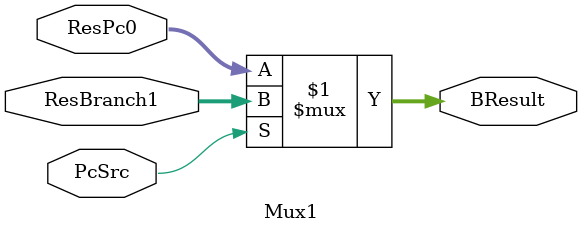
<source format=v>
module Mux1(
	input [31:0]ResBranch1,
	input [31:0]ResPc0,
	input PcSrc,
	output [31:0]BResult
	
);
assign
	BResult = (PcSrc)? ResBranch1 : ResPc0;

endmodule 
</source>
